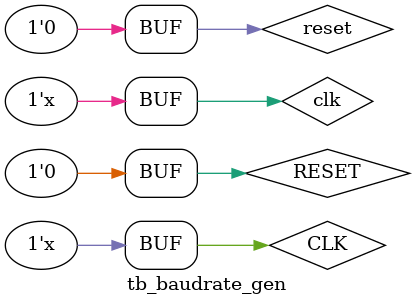
<source format=v>
`timescale 1ns / 1ps

`define FREQ        10
`define BAUDRATE    19200

module tb_baudrate_gen();

//---signals/variables
reg     RESET;
reg     CLK;
//wire    [31:0] counter; // para visualizar el calor del contador en el diagrama de señales
wire    clk;
wire    reset;

//---assigns
assign clk      = CLK;
assign reset    = RESET;

//---instance 
baudrate_gen
#(
    .FREQ(`FREQ),
    .BAUDRATE(`BAUDRATE)
)
u_baudrate_gen
(
    .i_reset(RESET),
    .i_clk(CLK)
);

//---test body
initial
    begin   
        RESET   = 1'b1;
        CLK     = 1'b0;
        
#100
        RESET   = 1'b0;       
        
        
        
        
    end
    
always #5 CLK = ~CLK;    



endmodule

</source>
